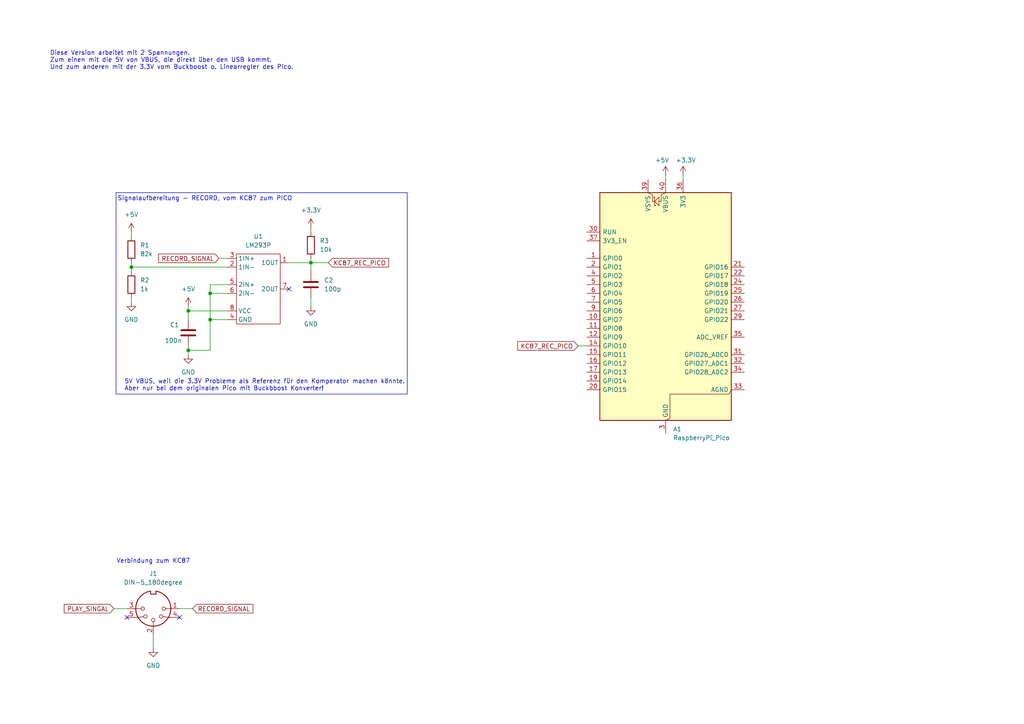
<source format=kicad_sch>
(kicad_sch (version 20250114) (generator "eeschema") (generator_version "9.0")
  (paper "A4")
  (title_block (title "KC87 Pico Recorder") (date "2025-11-22") (rev "0.1") (company "Thorsten Kattanek"))
  (lib_symbols
    (symbol "Connector:DIN-5_180degree" (pin_names (offset 1.016))
      (property "Reference" "J" (at 3.175 5.715 0))
      (property "Value" "DIN-5_180degree" (at 0 -6.35 0))
      (symbol "DIN-5_180degree_0_1"
        (polyline (pts (xy -5.08 2.54) (xy -4.318 2.54) (xy -2.794 2.286)))
        (polyline (pts (xy -5.08 0) (xy -3.556 0)))
        (circle (center -3.048 0) (radius 0.508))
        (circle (center -2.286 2.286) (radius 0.508))
        (polyline (pts (xy -0.762 -4.953) (xy -0.762 -4.191) (xy 0.762 -4.191) (xy 0.762 -4.953)) (stroke (width 0.254)))
        (arc (start 5.08 0) (mid 3.8673 -3.3444) (end 0.762 -5.08) (stroke (width 0.254)))
        (polyline (pts (xy 0 5.08) (xy 0 3.81)))
        (circle (center 0 3.302) (radius 0.508))
        (arc (start -5.08 0) (mid 0 5.0579) (end 5.08 0) (stroke (width 0.254)))
        (arc (start -0.762 -5.08) (mid -3.8597 -3.3379) (end -5.08 0) (stroke (width 0.254)))
        (circle (center 2.286 2.286) (radius 0.508))
        (circle (center 3.048 0) (radius 0.508))
        (polyline (pts (xy 5.08 2.54) (xy 4.318 2.54) (xy 2.794 2.286)))
        (polyline (pts (xy 5.08 0) (xy 3.556 0)))
      )
      (symbol "DIN-5_180degree_1_1"
        (pin passive line (at -7.62 2.54 0) (length 2.54) (name "~") (number "4"))
        (pin passive line (at -7.62 0 0) (length 2.54) (name "~") (number "1"))
        (pin passive line (at 0 7.62 270) (length 2.54) (name "~") (number "2"))
        (pin passive line (at 7.62 2.54 180) (length 2.54) (name "~") (number "5"))
        (pin passive line (at 7.62 0 180) (length 2.54) (name "~") (number "3"))
      )
    )
    (symbol "Device:C" (pin_numbers (hide yes)) (pin_names (offset 0.254))
      (property "Reference" "C" (at 0.635 2.54 0))
      (property "Value" "C" (at 0.635 -2.54 0))
      (symbol "C_0_1"
        (polyline (pts (xy -2.032 0.762) (xy 2.032 0.762)) (stroke (width 0.508)))
        (polyline (pts (xy -2.032 -0.762) (xy 2.032 -0.762)) (stroke (width 0.508)))
      )
      (symbol "C_1_1"
        (pin passive line (at 0 3.81 270) (length 2.794) (name "~") (number "1"))
        (pin passive line (at 0 -3.81 90) (length 2.794) (name "~") (number "2"))
      )
    )
    (symbol "Device:R" (pin_numbers (hide yes)) (pin_names (offset 0))
      (property "Reference" "R" (at 2.032 0 90))
      (property "Value" "R" (at 0 0 90))
      (symbol "R_0_1"
        (rectangle (start -1.016 -2.54) (end 1.016 2.54) (stroke (width 0.254)))
      )
      (symbol "R_1_1"
        (pin passive line (at 0 3.81 270) (length 1.27) (name "~") (number "1"))
        (pin passive line (at 0 -3.81 90) (length 1.27) (name "~") (number "2"))
      )
    )
    (symbol "MCU_Module:RaspberryPi_Pico" (pin_names (offset 0.762))
      (property "Reference" "A" (at -19.05 35.56 0))
      (property "Value" "RaspberryPi_Pico" (at 7.62 35.56 0))
      (symbol "RaspberryPi_Pico_0_1"
        (rectangle (start -19.05 34.29) (end 19.05 -31.75) (stroke (width 0.254)) (fill (type background)))
        (polyline (pts (xy -5.08 34.29) (xy -3.81 33.655) (xy -3.81 31.75) (xy -3.175 31.75)))
        (polyline (pts (xy -3.429 32.766) (xy -3.429 33.02) (xy -3.175 33.02) (xy -3.175 30.48) (xy -2.921 30.48) (xy -2.921 30.734)))
        (polyline (pts (xy -3.175 31.75) (xy -1.905 33.02) (xy -1.905 30.48) (xy -3.175 31.75)))
        (polyline (pts (xy 0 34.29) (xy -1.27 33.655) (xy -1.27 31.75) (xy -1.905 31.75)))
        (polyline (pts (xy 0 -31.75) (xy 1.27 -31.115) (xy 1.27 -24.13) (xy 18.415 -24.13) (xy 19.05 -22.86)))
      )
      (symbol "RaspberryPi_Pico_1_1"
        (pin passive line (at -22.86 22.86 0) (length 3.81) (name "RUN") (number "30"))
        (pin passive line (at -22.86 20.32 0) (length 3.81) (name "3V3_EN") (number "37"))
        (pin bidirectional line (at -22.86 15.24 0) (length 3.81) (name "GPIO0") (number "1"))
        (pin bidirectional line (at -22.86 12.7 0) (length 3.81) (name "GPIO1") (number "2"))
        (pin bidirectional line (at -22.86 10.16 0) (length 3.81) (name "GPIO2") (number "4"))
        (pin bidirectional line (at -22.86 7.62 0) (length 3.81) (name "GPIO3") (number "5"))
        (pin bidirectional line (at -22.86 5.08 0) (length 3.81) (name "GPIO4") (number "6"))
        (pin bidirectional line (at -22.86 2.54 0) (length 3.81) (name "GPIO5") (number "7"))
        (pin bidirectional line (at -22.86 0 0) (length 3.81) (name "GPIO6") (number "9"))
        (pin bidirectional line (at -22.86 -2.54 0) (length 3.81) (name "GPIO7") (number "10"))
        (pin bidirectional line (at -22.86 -5.08 0) (length 3.81) (name "GPIO8") (number "11"))
        (pin bidirectional line (at -22.86 -7.62 0) (length 3.81) (name "GPIO9") (number "12"))
        (pin bidirectional line (at -22.86 -10.16 0) (length 3.81) (name "GPIO10") (number "14"))
        (pin bidirectional line (at -22.86 -12.7 0) (length 3.81) (name "GPIO11") (number "15"))
        (pin bidirectional line (at -22.86 -15.24 0) (length 3.81) (name "GPIO12") (number "16"))
        (pin bidirectional line (at -22.86 -17.78 0) (length 3.81) (name "GPIO13") (number "17"))
        (pin bidirectional line (at -22.86 -20.32 0) (length 3.81) (name "GPIO14") (number "19"))
        (pin bidirectional line (at -22.86 -22.86 0) (length 3.81) (name "GPIO15") (number "20"))
        (pin power_in line (at -5.08 38.1 270) (length 3.81) (name "VSYS") (number "39"))
        (pin power_out line (at 0 38.1 270) (length 3.81) (name "VBUS") (number "40"))
        (pin passive line (at 0 -35.56 90) (length 3.81) (hide yes) (name "GND") (number "13"))
        (pin passive line (at 0 -35.56 90) (length 3.81) (hide yes) (name "GND") (number "18"))
        (pin passive line (at 0 -35.56 90) (length 3.81) (hide yes) (name "GND") (number "23"))
        (pin passive line (at 0 -35.56 90) (length 3.81) (hide yes) (name "GND") (number "28"))
        (pin power_out line (at 0 -35.56 90) (length 3.81) (name "GND") (number "3"))
        (pin passive line (at 0 -35.56 90) (length 3.81) (hide yes) (name "GND") (number "38"))
        (pin passive line (at 0 -35.56 90) (length 3.81) (hide yes) (name "GND") (number "8"))
        (pin power_out line (at 5.08 38.1 270) (length 3.81) (name "3V3") (number "36"))
        (pin bidirectional line (at 22.86 12.7 180) (length 3.81) (name "GPIO16") (number "21"))
        (pin bidirectional line (at 22.86 10.16 180) (length 3.81) (name "GPIO17") (number "22"))
        (pin bidirectional line (at 22.86 7.62 180) (length 3.81) (name "GPIO18") (number "24"))
        (pin bidirectional line (at 22.86 5.08 180) (length 3.81) (name "GPIO19") (number "25"))
        (pin bidirectional line (at 22.86 2.54 180) (length 3.81) (name "GPIO20") (number "26"))
        (pin bidirectional line (at 22.86 0 180) (length 3.81) (name "GPIO21") (number "27"))
        (pin bidirectional line (at 22.86 -2.54 180) (length 3.81) (name "GPIO22") (number "29"))
        (pin power_in line (at 22.86 -7.62 180) (length 3.81) (name "ADC_VREF") (number "35"))
        (pin bidirectional line (at 22.86 -12.7 180) (length 3.81) (name "GPIO26_ADC0") (number "31"))
        (pin bidirectional line (at 22.86 -15.24 180) (length 3.81) (name "GPIO27_ADC1") (number "32"))
        (pin bidirectional line (at 22.86 -17.78 180) (length 3.81) (name "GPIO28_ADC2") (number "34"))
        (pin power_out line (at 22.86 -22.86 180) (length 3.81) (name "AGND") (number "33"))
      )
    )
    (symbol "ic_tk:LM293P"
      (property "Reference" "U" (at 0 11.43 0))
      (property "Value" "LM293P" (at 0 -11.43 0))
      (symbol "LM293P_0_0"
        (pin input line (at -8.89 8.89 0) (length 2.54) (name "1IN+") (number "3"))
        (pin input line (at -8.89 6.35 0) (length 2.54) (name "1IN-") (number "2"))
        (pin input line (at -8.89 1.27 0) (length 2.54) (name "2IN+") (number "5"))
        (pin input line (at -8.89 -1.27 0) (length 2.54) (name "2IN-") (number "6"))
        (pin power_in line (at -8.89 -6.35 0) (length 2.54) (name "VCC") (number "8"))
        (pin power_out line (at -8.89 -8.89 0) (length 2.54) (name "GND") (number "4"))
        (pin open_collector line (at 8.89 7.62 180) (length 2.54) (name "1OUT") (number "1"))
        (pin open_collector line (at 8.89 0 180) (length 2.54) (name "2OUT") (number "7"))
      )
      (symbol "LM293P_0_1"
        (rectangle (start -6.35 10.16) (end 6.35 -10.16))
      )
    )
    (symbol "power:+3.3V" (power) (pin_numbers (hide yes)) (pin_names (offset 0) (hide yes))
      (property "Value" "+3.3V" (at 0 3.556 0))
      (symbol "+3.3V_0_1"
        (polyline (pts (xy -0.762 1.27) (xy 0 2.54)))
        (polyline (pts (xy 0 2.54) (xy 0.762 1.27)))
        (polyline (pts (xy 0 0) (xy 0 2.54)))
      )
      (symbol "+3.3V_1_1"
        (pin power_in line (at 0 0 90) (length 0) (name "~") (number "1"))
      )
    )
    (symbol "power:+5V" (power) (pin_numbers (hide yes)) (pin_names (offset 0) (hide yes))
      (property "Value" "+5V" (at 0 3.556 0))
      (symbol "+5V_0_1"
        (polyline (pts (xy -0.762 1.27) (xy 0 2.54)))
        (polyline (pts (xy 0 2.54) (xy 0.762 1.27)))
        (polyline (pts (xy 0 0) (xy 0 2.54)))
      )
      (symbol "+5V_1_1"
        (pin power_in line (at 0 0 90) (length 0) (name "~") (number "1"))
      )
    )
    (symbol "power:GND" (power) (pin_numbers (hide yes)) (pin_names (offset 0) (hide yes))
      (property "Value" "GND" (at 0 -3.81 0))
      (symbol "GND_0_1"
        (polyline (pts (xy 0 0) (xy 0 -1.27) (xy 1.27 -1.27) (xy 0 -2.54) (xy -1.27 -1.27) (xy 0 -1.27)))
      )
      (symbol "GND_1_1"
        (pin power_in line (at 0 0 270) (length 0) (name "~") (number "1"))
      )
    )
  )
  (rectangle (start 33.655 55.88) (end 118.11 114.3))
  (text "Verbindung zum KC87" (at 44.45 162.814 0) (effects (font (size 1.27 1.27))))
  (text "5V VBUS, weil die 3.3V Probleme als Referenz für den Komperator machen könnte.\nAber nur bei dem originalen Pico mit Buckbbost Konverter!" (at 36.068 111.76 0) (effects (font (size 1.27 1.27)) (justify left)))
  (text "Diese Version arbeitet mit 2 Spannungen.\nZum einen mit die 5V von VBUS, die direkt über den USB kommt.\nUnd zum anderen mit der 3.3V vom Buckboost o. Linearregler des Pico." (at 14.478 17.526 0) (effects (font (size 1.27 1.27)) (justify left)))
  (text "Signalaufbereitung - RECORD, vom KC87 zum PICO" (at 59.436 57.658 0) (effects (font (size 1.27 1.27))))
  (junction (at 60.96 92.71))
  (junction (at 54.61 90.17))
  (junction (at 38.1 77.47))
  (junction (at 60.96 85.09))
  (junction (at 90.17 76.2))
  (junction (at 54.61 101.6))
  (no_connect (at 83.82 83.82))
  (no_connect (at 52.07 179.07))
  (no_connect (at 36.83 179.07))
  (wire (pts (xy 193.04 50.8) (xy 193.04 52.07)))
  (wire (pts (xy 38.1 67.31) (xy 38.1 68.58)))
  (wire (pts (xy 54.61 90.17) (xy 66.04 90.17)))
  (wire (pts (xy 90.17 76.2) (xy 90.17 78.74)))
  (wire (pts (xy 90.17 76.2) (xy 95.25 76.2)))
  (wire (pts (xy 60.96 101.6) (xy 60.96 92.71)))
  (wire (pts (xy 90.17 86.36) (xy 90.17 88.9)))
  (wire (pts (xy 54.61 101.6) (xy 60.96 101.6)))
  (wire (pts (xy 38.1 77.47) (xy 66.04 77.47)))
  (wire (pts (xy 52.07 176.53) (xy 55.88 176.53)))
  (wire (pts (xy 90.17 66.04) (xy 90.17 67.31)))
  (wire (pts (xy 38.1 86.36) (xy 38.1 87.63)))
  (wire (pts (xy 38.1 77.47) (xy 38.1 78.74)))
  (wire (pts (xy 33.02 176.53) (xy 36.83 176.53)))
  (wire (pts (xy 198.12 50.8) (xy 198.12 52.07)))
  (wire (pts (xy 54.61 88.9) (xy 54.61 90.17)))
  (wire (pts (xy 60.96 92.71) (xy 66.04 92.71)))
  (wire (pts (xy 63.5 74.93) (xy 66.04 74.93)))
  (wire (pts (xy 54.61 101.6) (xy 54.61 102.87)))
  (wire (pts (xy 38.1 76.2) (xy 38.1 77.47)))
  (wire (pts (xy 60.96 82.55) (xy 66.04 82.55)))
  (wire (pts (xy 54.61 100.33) (xy 54.61 101.6)))
  (wire (pts (xy 54.61 90.17) (xy 54.61 92.71)))
  (wire (pts (xy 44.45 184.15) (xy 44.45 187.96)))
  (wire (pts (xy 60.96 85.09) (xy 60.96 82.55)))
  (wire (pts (xy 60.96 92.71) (xy 60.96 85.09)))
  (wire (pts (xy 83.82 76.2) (xy 90.17 76.2)))
  (wire (pts (xy 60.96 85.09) (xy 66.04 85.09)))
  (wire (pts (xy 167.64 100.33) (xy 170.18 100.33)))
  (wire (pts (xy 90.17 76.2) (xy 90.17 74.93)))
  (global_label "RECORD_SIGNAL" (shape input) (at 55.88 176.53 0) (property "Intersheetrefs" "${INTERSHEET_REFS}" (effects (hide yes))))
  (global_label "PLAY_SINGAL" (shape input) (at 33.02 176.53 180) (property "Intersheetrefs" "${INTERSHEET_REFS}" (effects (hide yes))))
  (global_label "KC87_REC_PICO" (shape input) (at 167.64 100.33 180) (property "Intersheetrefs" "${INTERSHEET_REFS}" (effects (hide yes))))
  (global_label "KC87_REC_PICO" (shape input) (at 95.25 76.2 0) (property "Intersheetrefs" "${INTERSHEET_REFS}" (effects (hide yes))))
  (global_label "RECORD_SIGNAL" (shape input) (at 63.5 74.93 180) (property "Intersheetrefs" "${INTERSHEET_REFS}" (effects (hide yes))))
  (symbol (lib_id "power:+3.3V") (at 198.12 50.8 0) (unit 1)
    (property "Reference" "#PWR07" (effects (hide yes)))
    (property "Value" "+3.3V" (at 198.882 46.482 0))
    (property "Description" "Power symbol creates a global label with name \"+3.3V\"" (effects (hide yes)))
  )
  (symbol (lib_id "power:GND") (at 90.17 88.9 0) (unit 1)
    (property "Reference" "#PWR09" (effects (hide yes)))
    (property "Value" "GND" (at 90.17 93.98 0))
    (property "Description" "Power symbol creates a global label with name \"GND\" , ground" (effects (hide yes)))
  )
  (symbol (lib_id "Device:R") (at 38.1 72.39 0) (unit 1)
    (property "Reference" "R1" (at 40.64 71.1199 0) (effects (justify left)))
    (property "Value" "82k" (at 40.64 73.6599 0) (effects (justify left)))
    (property "Footprint" "Resistor_SMD:R_0805_2012Metric_Pad1.20x1.40mm_HandSolder" (effects (hide yes)))
    (property "Description" "Resistor" (effects (hide yes)))
  )
  (symbol (lib_id "ic_tk:LM293P") (at 74.93 83.82 0) (unit 1)
    (property "Reference" "U1" (at 74.93 68.58 0))
    (property "Value" "LM293P" (at 74.93 71.12 0))
    (property "Footprint" "Package_DIP:DIP-8_W7.62mm_SMDSocket_SmallPads" (effects (hide yes)))
    (property "Datasheet" "kicad-embed://lm293.pdf" (effects (hide yes)))
  )
  (symbol (lib_id "Device:R") (at 38.1 82.55 0) (unit 1)
    (property "Reference" "R2" (at 40.64 81.2799 0) (effects (justify left)))
    (property "Value" "1k" (at 40.64 83.8199 0) (effects (justify left)))
    (property "Footprint" "Resistor_SMD:R_0805_2012Metric_Pad1.20x1.40mm_HandSolder" (effects (hide yes)))
    (property "Description" "Resistor" (effects (hide yes)))
  )
  (symbol (lib_id "power:GND") (at 38.1 87.63 0) (unit 1)
    (property "Reference" "#PWR02" (effects (hide yes)))
    (property "Value" "GND" (at 38.1 92.71 0))
    (property "Description" "Power symbol creates a global label with name \"GND\" , ground" (effects (hide yes)))
  )
  (symbol (lib_id "power:+5V") (at 38.1 67.31 0) (unit 1)
    (property "Reference" "#PWR05" (effects (hide yes)))
    (property "Value" "+5V" (at 38.1 62.23 0))
    (property "Description" "Power symbol creates a global label with name \"+5V\"" (effects (hide yes)))
  )
  (symbol (lib_id "Device:C") (at 90.17 82.55 0) (unit 1)
    (property "Reference" "C2" (at 93.98 81.2799 0) (effects (justify left)))
    (property "Value" "100p" (at 93.98 83.8199 0) (effects (justify left)))
    (property "Footprint" "Capacitor_SMD:C_0805_2012Metric_Pad1.18x1.45mm_HandSolder" (effects (hide yes)))
    (property "Description" "Unpolarized capacitor" (effects (hide yes)))
  )
  (symbol (lib_id "Connector:DIN-5_180degree") (at 44.45 176.53 180) (unit 1)
    (property "Reference" "J1" (at 44.4499 166.37 0))
    (property "Value" "DIN-5_180degree" (at 44.4499 168.91 0))
    (property "Footprint" "connector_tk:din-5" (effects (hide yes)))
    (property "Datasheet" "http://www.mouser.com/ds/2/18/40_c091_abd_e-75918.pdf" (effects (hide yes)))
    (property "Description" "5-pin DIN connector (5-pin DIN-5 stereo)" (effects (hide yes)))
  )
  (symbol (lib_id "MCU_Module:RaspberryPi_Pico") (at 193.04 90.17 0) (unit 1)
    (property "Reference" "A1" (at 195.1833 124.46 0) (effects (justify left)))
    (property "Value" "RaspberryPi_Pico" (at 195.1833 127 0) (effects (justify left)))
    (property "Footprint" "Module:RaspberryPi_Pico_Common_SMD" (effects (hide yes)))
    (property "Datasheet" "https://datasheets.raspberrypi.com/pico/pico-datasheet.pdf" (effects (hide yes)))
    (property "Description" "Versatile and inexpensive microcontroller module powered by RP2040 dual-core Arm Cortex-M0+ processor up to 133 MHz, 264kB SRAM, 2MB QSPI flash; also supports Raspberry Pi Pico 2" (effects (hide yes)))
  )
  (symbol (lib_id "Device:C") (at 54.61 96.52 0) (unit 1)
    (property "Reference" "C1" (at 49.276 94.234 0) (effects (justify left)))
    (property "Value" "100n" (at 47.752 98.806 0) (effects (justify left)))
    (property "Footprint" "Capacitor_SMD:C_0805_2012Metric_Pad1.18x1.45mm_HandSolder" (effects (hide yes)))
    (property "Description" "Unpolarized capacitor" (effects (hide yes)))
  )
  (symbol (lib_id "power:+5V") (at 54.61 88.9 0) (unit 1)
    (property "Reference" "#PWR03" (effects (hide yes)))
    (property "Value" "+5V" (at 54.61 83.82 0))
    (property "Description" "Power symbol creates a global label with name \"+5V\"" (effects (hide yes)))
  )
  (symbol (lib_id "power:GND") (at 44.45 187.96 0) (unit 1)
    (property "Reference" "#PWR01" (effects (hide yes)))
    (property "Value" "GND" (at 44.45 193.04 0))
    (property "Description" "Power symbol creates a global label with name \"GND\" , ground" (effects (hide yes)))
  )
  (symbol (lib_id "power:+3.3V") (at 90.17 66.04 0) (unit 1)
    (property "Reference" "#PWR08" (effects (hide yes)))
    (property "Value" "+3.3V" (at 90.17 60.96 0))
    (property "Description" "Power symbol creates a global label with name \"+3.3V\"" (effects (hide yes)))
  )
  (symbol (lib_id "Device:R") (at 90.17 71.12 0) (unit 1)
    (property "Reference" "R3" (at 92.71 69.8499 0) (effects (justify left)))
    (property "Value" "10k" (at 92.71 72.3899 0) (effects (justify left)))
    (property "Footprint" "Resistor_SMD:R_0805_2012Metric_Pad1.20x1.40mm_HandSolder" (effects (hide yes)))
    (property "Description" "Resistor" (effects (hide yes)))
  )
  (symbol (lib_id "power:+5V") (at 193.04 50.8 0) (unit 1)
    (property "Reference" "#PWR06" (effects (hide yes)))
    (property "Value" "+5V" (at 192.024 46.482 0))
    (property "Description" "Power symbol creates a global label with name \"+5V\"" (effects (hide yes)))
  )
  (symbol (lib_id "power:GND") (at 54.61 102.87 0) (unit 1)
    (property "Reference" "#PWR04" (effects (hide yes)))
    (property "Value" "GND" (at 54.61 107.95 0))
    (property "Description" "Power symbol creates a global label with name \"GND\" , ground" (effects (hide yes)))
  )
)
</source>
